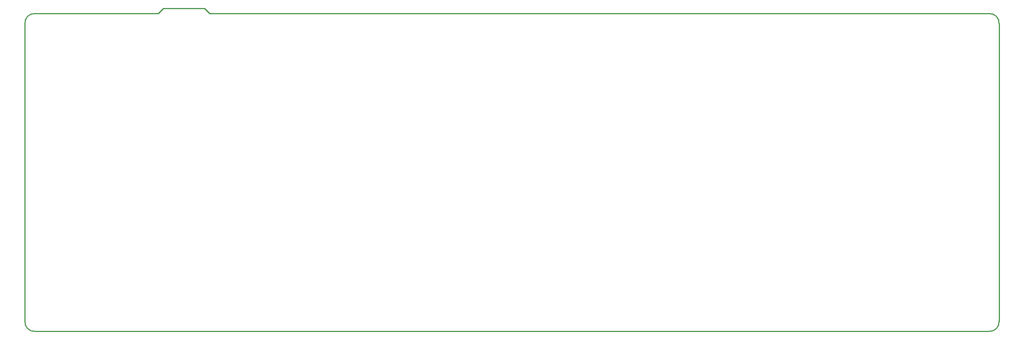
<source format=gko>
G04 ---------------------------- Layer name :KeepOutLayer *
G04 easyEDA 0.1*
G04 Scale: 100 percent, Rotated: No, Reflected: No *
G04 Dimensions in inches *
G04 leading zeros omitted , absolute positions ,2 integer and 4 * 
%FSLAX24Y24*%
%MOIN*%
G90*
G70D02*

%ADD10C,0.010000*%
G54D10*
G75*
G01X88203Y58530D02*
G02X89141Y57594I82J-855D01*
G01*
G75*
G01X89141Y30402D02*
G02X88204Y29464I-856J-82D01*
G01*
G75*
G01X1006Y29464D02*
G02X68Y30402I-83J856D01*
G01*
G75*
G01X68Y57594D02*
G02X1006Y58531I856J82D01*
G01*
G01X89140Y57593D02*
G01X89140Y30403D01*
G01X88203Y29465D02*
G01X1006Y29465D01*
G01X68Y30403D02*
G01X68Y57593D01*
G01X1006Y58531D02*
G01X12257Y58531D01*
G01X12726Y59000D02*
G01X16476Y59000D01*
G01X16945Y58531D02*
G01X88203Y58531D01*
G01X12257Y58531D02*
G01X12726Y59000D01*
G01X16476Y59000D02*
G01X16945Y58531D01*

%LPD*%
%LNVIA PAD TRACK COPPERAREA*%

M00*
M02*
</source>
